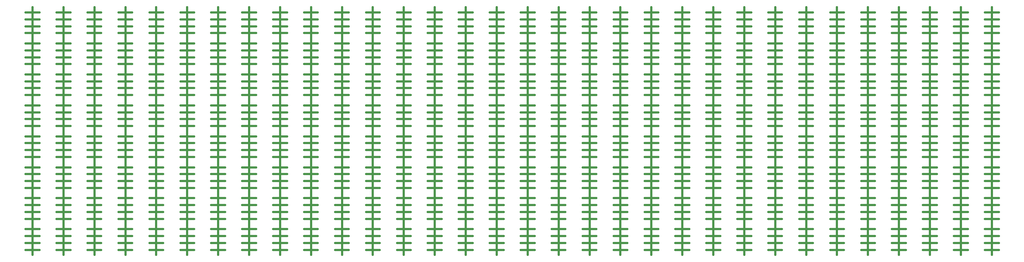
<source format=gts>
G04 #@! TF.GenerationSoftware,KiCad,Pcbnew,6.0.8+dfsg-1~bpo11+1*
G04 #@! TF.CreationDate,2023-06-19T09:59:53-04:00*
G04 #@! TF.ProjectId,08_padded_interleaved_loose,30385f70-6164-4646-9564-5f696e746572,rev?*
G04 #@! TF.SameCoordinates,Original*
G04 #@! TF.FileFunction,Soldermask,Top*
G04 #@! TF.FilePolarity,Negative*
%FSLAX46Y46*%
G04 Gerber Fmt 4.6, Leading zero omitted, Abs format (unit mm)*
G04 Created by KiCad (PCBNEW 6.0.8+dfsg-1~bpo11+1) date 2023-06-19 09:59:53*
%MOMM*%
%LPD*%
G01*
G04 APERTURE LIST*
%ADD10C,0.400000*%
G04 APERTURE END LIST*
D10*
X220801667Y-73055000D02*
X223468333Y-73055000D01*
X106801667Y-73055000D02*
X109468333Y-73055000D01*
X250801667Y-59721667D02*
X253468333Y-59721667D01*
X106801667Y-59721667D02*
X109468333Y-59721667D01*
X142801667Y-82388333D02*
X145468333Y-82388333D01*
X100801667Y-94388333D02*
X103468333Y-94388333D01*
X166801667Y-58388333D02*
X169468333Y-58388333D01*
X112801667Y-69055000D02*
X115468333Y-69055000D01*
X178801667Y-59721667D02*
X181468333Y-59721667D01*
X166801667Y-87055000D02*
X169468333Y-87055000D01*
X238801667Y-87055000D02*
X241468333Y-87055000D01*
X160801667Y-97055000D02*
X163468333Y-97055000D01*
X232801667Y-79055000D02*
X235468333Y-79055000D01*
X100801667Y-99055000D02*
X103468333Y-99055000D01*
X70801667Y-82388333D02*
X73468333Y-82388333D01*
X96135000Y-56055000D02*
X96135000Y-104055000D01*
X208801667Y-59721667D02*
X211468333Y-59721667D01*
X130801667Y-81055000D02*
X133468333Y-81055000D01*
X196801667Y-99055000D02*
X199468333Y-99055000D01*
X178801667Y-77721667D02*
X181468333Y-77721667D01*
X106801667Y-94388333D02*
X109468333Y-94388333D01*
X94801667Y-99055000D02*
X97468333Y-99055000D01*
X250801667Y-73055000D02*
X253468333Y-73055000D01*
X82801667Y-88388333D02*
X85468333Y-88388333D01*
X238801667Y-69055000D02*
X241468333Y-69055000D01*
X220801667Y-103055000D02*
X223468333Y-103055000D01*
X76801667Y-61055000D02*
X79468333Y-61055000D01*
X238801667Y-100388333D02*
X241468333Y-100388333D01*
X190801667Y-61055000D02*
X193468333Y-61055000D01*
X202801667Y-63055000D02*
X205468333Y-63055000D01*
X118801667Y-65721667D02*
X121468333Y-65721667D01*
X160801667Y-65721667D02*
X163468333Y-65721667D01*
X238801667Y-77721667D02*
X241468333Y-77721667D01*
X160801667Y-100388333D02*
X163468333Y-100388333D01*
X250801667Y-82388333D02*
X253468333Y-82388333D01*
X220801667Y-76388333D02*
X223468333Y-76388333D01*
X94801667Y-89721667D02*
X97468333Y-89721667D01*
X136801667Y-94388333D02*
X139468333Y-94388333D01*
X88801667Y-103055000D02*
X91468333Y-103055000D01*
X130801667Y-99055000D02*
X133468333Y-99055000D01*
X132135000Y-56055000D02*
X132135000Y-104055000D01*
X76801667Y-103055000D02*
X79468333Y-103055000D01*
X190801667Y-99055000D02*
X193468333Y-99055000D01*
X190801667Y-88388333D02*
X193468333Y-88388333D01*
X70801667Y-61055000D02*
X73468333Y-61055000D01*
X64801667Y-65721667D02*
X67468333Y-65721667D01*
X250801667Y-75055000D02*
X253468333Y-75055000D01*
X94801667Y-61055000D02*
X97468333Y-61055000D01*
X184801667Y-94388333D02*
X187468333Y-94388333D01*
X250801667Y-91055000D02*
X253468333Y-91055000D01*
X160801667Y-76388333D02*
X163468333Y-76388333D01*
X112801667Y-57055000D02*
X115468333Y-57055000D01*
X148801667Y-101721667D02*
X151468333Y-101721667D01*
X172801667Y-73055000D02*
X175468333Y-73055000D01*
X190801667Y-100388333D02*
X193468333Y-100388333D01*
X250801667Y-87055000D02*
X253468333Y-87055000D01*
X142801667Y-65721667D02*
X145468333Y-65721667D01*
X172801667Y-85055000D02*
X175468333Y-85055000D01*
X162135000Y-56055000D02*
X162135000Y-104055000D01*
X190801667Y-85055000D02*
X193468333Y-85055000D01*
X208801667Y-76388333D02*
X211468333Y-76388333D01*
X238801667Y-67055000D02*
X241468333Y-67055000D01*
X130801667Y-101721667D02*
X133468333Y-101721667D01*
X76801667Y-85055000D02*
X79468333Y-85055000D01*
X166801667Y-99055000D02*
X169468333Y-99055000D01*
X190801667Y-103055000D02*
X193468333Y-103055000D01*
X184801667Y-99055000D02*
X187468333Y-99055000D01*
X72135000Y-56055000D02*
X72135000Y-104055000D01*
X250801667Y-67055000D02*
X253468333Y-67055000D01*
X70801667Y-103055000D02*
X73468333Y-103055000D01*
X178801667Y-79055000D02*
X181468333Y-79055000D01*
X100801667Y-67055000D02*
X103468333Y-67055000D01*
X82801667Y-89721667D02*
X85468333Y-89721667D01*
X124801667Y-61055000D02*
X127468333Y-61055000D01*
X244801667Y-64388333D02*
X247468333Y-64388333D01*
X70801667Y-101721667D02*
X73468333Y-101721667D01*
X124801667Y-73055000D02*
X127468333Y-73055000D01*
X184801667Y-64388333D02*
X187468333Y-64388333D01*
X208801667Y-85055000D02*
X211468333Y-85055000D01*
X64801667Y-61055000D02*
X67468333Y-61055000D01*
X244801667Y-76388333D02*
X247468333Y-76388333D01*
X112801667Y-58388333D02*
X115468333Y-58388333D01*
X184801667Y-70388333D02*
X187468333Y-70388333D01*
X82801667Y-87055000D02*
X85468333Y-87055000D01*
X154801667Y-100388333D02*
X157468333Y-100388333D01*
X196801667Y-79055000D02*
X199468333Y-79055000D01*
X136801667Y-82388333D02*
X139468333Y-82388333D01*
X232801667Y-97055000D02*
X235468333Y-97055000D01*
X76801667Y-94388333D02*
X79468333Y-94388333D01*
X94801667Y-67055000D02*
X97468333Y-67055000D01*
X124801667Y-95721667D02*
X127468333Y-95721667D01*
X118801667Y-59721667D02*
X121468333Y-59721667D01*
X154801667Y-83721667D02*
X157468333Y-83721667D01*
X160801667Y-85055000D02*
X163468333Y-85055000D01*
X196801667Y-91055000D02*
X199468333Y-91055000D01*
X136801667Y-69055000D02*
X139468333Y-69055000D01*
X100801667Y-59721667D02*
X103468333Y-59721667D01*
X238801667Y-65721667D02*
X241468333Y-65721667D01*
X70801667Y-77721667D02*
X73468333Y-77721667D01*
X64801667Y-67055000D02*
X67468333Y-67055000D01*
X178801667Y-85055000D02*
X181468333Y-85055000D01*
X214801667Y-87055000D02*
X217468333Y-87055000D01*
X208801667Y-89721667D02*
X211468333Y-89721667D01*
X124801667Y-87055000D02*
X127468333Y-87055000D01*
X166801667Y-83721667D02*
X169468333Y-83721667D01*
X76801667Y-65721667D02*
X79468333Y-65721667D01*
X70801667Y-79055000D02*
X73468333Y-79055000D01*
X190801667Y-82388333D02*
X193468333Y-82388333D01*
X178801667Y-100388333D02*
X181468333Y-100388333D01*
X208801667Y-69055000D02*
X211468333Y-69055000D01*
X214801667Y-61055000D02*
X217468333Y-61055000D01*
X142801667Y-79055000D02*
X145468333Y-79055000D01*
X118801667Y-87055000D02*
X121468333Y-87055000D01*
X238801667Y-93055000D02*
X241468333Y-93055000D01*
X154801667Y-99055000D02*
X157468333Y-99055000D01*
X148801667Y-99055000D02*
X151468333Y-99055000D01*
X88801667Y-94388333D02*
X91468333Y-94388333D01*
X124801667Y-59721667D02*
X127468333Y-59721667D01*
X214801667Y-73055000D02*
X217468333Y-73055000D01*
X78135000Y-56055000D02*
X78135000Y-104055000D01*
X244801667Y-91055000D02*
X247468333Y-91055000D01*
X82801667Y-100388333D02*
X85468333Y-100388333D01*
X178801667Y-63055000D02*
X181468333Y-63055000D01*
X184801667Y-95721667D02*
X187468333Y-95721667D01*
X184801667Y-100388333D02*
X187468333Y-100388333D01*
X142801667Y-97055000D02*
X145468333Y-97055000D01*
X106801667Y-89721667D02*
X109468333Y-89721667D01*
X136801667Y-100388333D02*
X139468333Y-100388333D01*
X238801667Y-57055000D02*
X241468333Y-57055000D01*
X130801667Y-75055000D02*
X133468333Y-75055000D01*
X100801667Y-85055000D02*
X103468333Y-85055000D01*
X100801667Y-73055000D02*
X103468333Y-73055000D01*
X214801667Y-77721667D02*
X217468333Y-77721667D01*
X154801667Y-103055000D02*
X157468333Y-103055000D01*
X148801667Y-87055000D02*
X151468333Y-87055000D01*
X154801667Y-71721667D02*
X157468333Y-71721667D01*
X64801667Y-87055000D02*
X67468333Y-87055000D01*
X148801667Y-58388333D02*
X151468333Y-58388333D01*
X76801667Y-70388333D02*
X79468333Y-70388333D01*
X220801667Y-57055000D02*
X223468333Y-57055000D01*
X220801667Y-67055000D02*
X223468333Y-67055000D01*
X136801667Y-91055000D02*
X139468333Y-91055000D01*
X202801667Y-65721667D02*
X205468333Y-65721667D01*
X238801667Y-61055000D02*
X241468333Y-61055000D01*
X196801667Y-81055000D02*
X199468333Y-81055000D01*
X64801667Y-85055000D02*
X67468333Y-85055000D01*
X232801667Y-69055000D02*
X235468333Y-69055000D01*
X196801667Y-95721667D02*
X199468333Y-95721667D01*
X232801667Y-87055000D02*
X235468333Y-87055000D01*
X154801667Y-61055000D02*
X157468333Y-61055000D01*
X130801667Y-79055000D02*
X133468333Y-79055000D01*
X174135000Y-56055000D02*
X174135000Y-104055000D01*
X124801667Y-101721667D02*
X127468333Y-101721667D01*
X196801667Y-94388333D02*
X199468333Y-94388333D01*
X142801667Y-73055000D02*
X145468333Y-73055000D01*
X64801667Y-94388333D02*
X67468333Y-94388333D01*
X148801667Y-97055000D02*
X151468333Y-97055000D01*
X184801667Y-79055000D02*
X187468333Y-79055000D01*
X94801667Y-59721667D02*
X97468333Y-59721667D01*
X244801667Y-101721667D02*
X247468333Y-101721667D01*
X232801667Y-82388333D02*
X235468333Y-82388333D01*
X154801667Y-67055000D02*
X157468333Y-67055000D01*
X136801667Y-93055000D02*
X139468333Y-93055000D01*
X136801667Y-88388333D02*
X139468333Y-88388333D01*
X88801667Y-85055000D02*
X91468333Y-85055000D01*
X244801667Y-70388333D02*
X247468333Y-70388333D01*
X250801667Y-58388333D02*
X253468333Y-58388333D01*
X250801667Y-70388333D02*
X253468333Y-70388333D01*
X70801667Y-87055000D02*
X73468333Y-87055000D01*
X82801667Y-95721667D02*
X85468333Y-95721667D01*
X214801667Y-81055000D02*
X217468333Y-81055000D01*
X112801667Y-85055000D02*
X115468333Y-85055000D01*
X82801667Y-99055000D02*
X85468333Y-99055000D01*
X100801667Y-89721667D02*
X103468333Y-89721667D01*
X118801667Y-70388333D02*
X121468333Y-70388333D01*
X244801667Y-71721667D02*
X247468333Y-71721667D01*
X136801667Y-73055000D02*
X139468333Y-73055000D01*
X184801667Y-97055000D02*
X187468333Y-97055000D01*
X100801667Y-58388333D02*
X103468333Y-58388333D01*
X142801667Y-103055000D02*
X145468333Y-103055000D01*
X82801667Y-67055000D02*
X85468333Y-67055000D01*
X160801667Y-91055000D02*
X163468333Y-91055000D01*
X184801667Y-75055000D02*
X187468333Y-75055000D01*
X64801667Y-103055000D02*
X67468333Y-103055000D01*
X94801667Y-63055000D02*
X97468333Y-63055000D01*
X238801667Y-75055000D02*
X241468333Y-75055000D01*
X94801667Y-97055000D02*
X97468333Y-97055000D01*
X196801667Y-100388333D02*
X199468333Y-100388333D01*
X238801667Y-70388333D02*
X241468333Y-70388333D01*
X148801667Y-85055000D02*
X151468333Y-85055000D01*
X130801667Y-89721667D02*
X133468333Y-89721667D01*
X192135000Y-56055000D02*
X192135000Y-104055000D01*
X142801667Y-89721667D02*
X145468333Y-89721667D01*
X234135000Y-56055000D02*
X234135000Y-104055000D01*
X166801667Y-101721667D02*
X169468333Y-101721667D01*
X172801667Y-58388333D02*
X175468333Y-58388333D01*
X184801667Y-101721667D02*
X187468333Y-101721667D01*
X154801667Y-59721667D02*
X157468333Y-59721667D01*
X88801667Y-59721667D02*
X91468333Y-59721667D01*
X226801667Y-63055000D02*
X229468333Y-63055000D01*
X124801667Y-100388333D02*
X127468333Y-100388333D01*
X142801667Y-95721667D02*
X145468333Y-95721667D01*
X142801667Y-88388333D02*
X145468333Y-88388333D01*
X232801667Y-95721667D02*
X235468333Y-95721667D01*
X154801667Y-87055000D02*
X157468333Y-87055000D01*
X106801667Y-67055000D02*
X109468333Y-67055000D01*
X124801667Y-79055000D02*
X127468333Y-79055000D01*
X232801667Y-81055000D02*
X235468333Y-81055000D01*
X76801667Y-82388333D02*
X79468333Y-82388333D01*
X136801667Y-63055000D02*
X139468333Y-63055000D01*
X160801667Y-94388333D02*
X163468333Y-94388333D01*
X144135000Y-56055000D02*
X144135000Y-104055000D01*
X94801667Y-76388333D02*
X97468333Y-76388333D01*
X202801667Y-101721667D02*
X205468333Y-101721667D01*
X130801667Y-67055000D02*
X133468333Y-67055000D01*
X214801667Y-76388333D02*
X217468333Y-76388333D01*
X100801667Y-100388333D02*
X103468333Y-100388333D01*
X70801667Y-100388333D02*
X73468333Y-100388333D01*
X190801667Y-87055000D02*
X193468333Y-87055000D01*
X94801667Y-94388333D02*
X97468333Y-94388333D01*
X88801667Y-63055000D02*
X91468333Y-63055000D01*
X250801667Y-97055000D02*
X253468333Y-97055000D01*
X184801667Y-65721667D02*
X187468333Y-65721667D01*
X202801667Y-77721667D02*
X205468333Y-77721667D01*
X250801667Y-57055000D02*
X253468333Y-57055000D01*
X130801667Y-70388333D02*
X133468333Y-70388333D01*
X204135000Y-56055000D02*
X204135000Y-104055000D01*
X76801667Y-67055000D02*
X79468333Y-67055000D01*
X184801667Y-76388333D02*
X187468333Y-76388333D01*
X160801667Y-64388333D02*
X163468333Y-64388333D01*
X106801667Y-77721667D02*
X109468333Y-77721667D01*
X106801667Y-99055000D02*
X109468333Y-99055000D01*
X148801667Y-61055000D02*
X151468333Y-61055000D01*
X130801667Y-94388333D02*
X133468333Y-94388333D01*
X178801667Y-91055000D02*
X181468333Y-91055000D01*
X82801667Y-57055000D02*
X85468333Y-57055000D01*
X184801667Y-63055000D02*
X187468333Y-63055000D01*
X208801667Y-75055000D02*
X211468333Y-75055000D01*
X244801667Y-77721667D02*
X247468333Y-77721667D01*
X222135000Y-56055000D02*
X222135000Y-104055000D01*
X166801667Y-76388333D02*
X169468333Y-76388333D01*
X88801667Y-73055000D02*
X91468333Y-73055000D01*
X106801667Y-93055000D02*
X109468333Y-93055000D01*
X142801667Y-100388333D02*
X145468333Y-100388333D01*
X238801667Y-71721667D02*
X241468333Y-71721667D01*
X160801667Y-58388333D02*
X163468333Y-58388333D01*
X166801667Y-88388333D02*
X169468333Y-88388333D01*
X214801667Y-57055000D02*
X217468333Y-57055000D01*
X124801667Y-65721667D02*
X127468333Y-65721667D01*
X226801667Y-64388333D02*
X229468333Y-64388333D01*
X202801667Y-61055000D02*
X205468333Y-61055000D01*
X94801667Y-70388333D02*
X97468333Y-70388333D01*
X208801667Y-64388333D02*
X211468333Y-64388333D01*
X130801667Y-64388333D02*
X133468333Y-64388333D01*
X172801667Y-95721667D02*
X175468333Y-95721667D01*
X220801667Y-70388333D02*
X223468333Y-70388333D01*
X244801667Y-57055000D02*
X247468333Y-57055000D01*
X76801667Y-93055000D02*
X79468333Y-93055000D01*
X208801667Y-91055000D02*
X211468333Y-91055000D01*
X124801667Y-71721667D02*
X127468333Y-71721667D01*
X64801667Y-76388333D02*
X67468333Y-76388333D01*
X120135000Y-56055000D02*
X120135000Y-104055000D01*
X166801667Y-100388333D02*
X169468333Y-100388333D01*
X166801667Y-93055000D02*
X169468333Y-93055000D01*
X214801667Y-67055000D02*
X217468333Y-67055000D01*
X142801667Y-91055000D02*
X145468333Y-91055000D01*
X166801667Y-103055000D02*
X169468333Y-103055000D01*
X244801667Y-65721667D02*
X247468333Y-65721667D01*
X112801667Y-95721667D02*
X115468333Y-95721667D01*
X64801667Y-83721667D02*
X67468333Y-83721667D01*
X126135000Y-56055000D02*
X126135000Y-104055000D01*
X190801667Y-67055000D02*
X193468333Y-67055000D01*
X76801667Y-63055000D02*
X79468333Y-63055000D01*
X202801667Y-59721667D02*
X205468333Y-59721667D01*
X64801667Y-91055000D02*
X67468333Y-91055000D01*
X100801667Y-61055000D02*
X103468333Y-61055000D01*
X100801667Y-75055000D02*
X103468333Y-75055000D01*
X226801667Y-83721667D02*
X229468333Y-83721667D01*
X250801667Y-83721667D02*
X253468333Y-83721667D01*
X228135000Y-56055000D02*
X228135000Y-104055000D01*
X160801667Y-59721667D02*
X163468333Y-59721667D01*
X220801667Y-95721667D02*
X223468333Y-95721667D01*
X100801667Y-95721667D02*
X103468333Y-95721667D01*
X142801667Y-76388333D02*
X145468333Y-76388333D01*
X160801667Y-93055000D02*
X163468333Y-93055000D01*
X64801667Y-59721667D02*
X67468333Y-59721667D01*
X208801667Y-97055000D02*
X211468333Y-97055000D01*
X190801667Y-91055000D02*
X193468333Y-91055000D01*
X106801667Y-82388333D02*
X109468333Y-82388333D01*
X154801667Y-64388333D02*
X157468333Y-64388333D01*
X238801667Y-97055000D02*
X241468333Y-97055000D01*
X180135000Y-56055000D02*
X180135000Y-104055000D01*
X142801667Y-83721667D02*
X145468333Y-83721667D01*
X118801667Y-81055000D02*
X121468333Y-81055000D01*
X70801667Y-89721667D02*
X73468333Y-89721667D01*
X226801667Y-93055000D02*
X229468333Y-93055000D01*
X142801667Y-75055000D02*
X145468333Y-75055000D01*
X214801667Y-65721667D02*
X217468333Y-65721667D01*
X184801667Y-81055000D02*
X187468333Y-81055000D01*
X220801667Y-87055000D02*
X223468333Y-87055000D01*
X172801667Y-103055000D02*
X175468333Y-103055000D01*
X66135000Y-56055000D02*
X66135000Y-104055000D01*
X88801667Y-64388333D02*
X91468333Y-64388333D01*
X250801667Y-79055000D02*
X253468333Y-79055000D01*
X238801667Y-76388333D02*
X241468333Y-76388333D01*
X226801667Y-61055000D02*
X229468333Y-61055000D01*
X190801667Y-76388333D02*
X193468333Y-76388333D01*
X172801667Y-75055000D02*
X175468333Y-75055000D01*
X202801667Y-70388333D02*
X205468333Y-70388333D01*
X252135000Y-56055000D02*
X252135000Y-104055000D01*
X148801667Y-100388333D02*
X151468333Y-100388333D01*
X220801667Y-93055000D02*
X223468333Y-93055000D01*
X118801667Y-71721667D02*
X121468333Y-71721667D01*
X220801667Y-99055000D02*
X223468333Y-99055000D01*
X226801667Y-89721667D02*
X229468333Y-89721667D01*
X226801667Y-76388333D02*
X229468333Y-76388333D01*
X160801667Y-63055000D02*
X163468333Y-63055000D01*
X70801667Y-81055000D02*
X73468333Y-81055000D01*
X178801667Y-99055000D02*
X181468333Y-99055000D01*
X100801667Y-70388333D02*
X103468333Y-70388333D01*
X136801667Y-76388333D02*
X139468333Y-76388333D01*
X64801667Y-81055000D02*
X67468333Y-81055000D01*
X88801667Y-88388333D02*
X91468333Y-88388333D01*
X112801667Y-70388333D02*
X115468333Y-70388333D01*
X184801667Y-85055000D02*
X187468333Y-85055000D01*
X112801667Y-63055000D02*
X115468333Y-63055000D01*
X112801667Y-64388333D02*
X115468333Y-64388333D01*
X124801667Y-76388333D02*
X127468333Y-76388333D01*
X232801667Y-71721667D02*
X235468333Y-71721667D01*
X142801667Y-94388333D02*
X145468333Y-94388333D01*
X124801667Y-57055000D02*
X127468333Y-57055000D01*
X190801667Y-83721667D02*
X193468333Y-83721667D01*
X184801667Y-67055000D02*
X187468333Y-67055000D01*
X112801667Y-89721667D02*
X115468333Y-89721667D01*
X214801667Y-59721667D02*
X217468333Y-59721667D01*
X184801667Y-103055000D02*
X187468333Y-103055000D01*
X196801667Y-89721667D02*
X199468333Y-89721667D01*
X160801667Y-75055000D02*
X163468333Y-75055000D01*
X70801667Y-58388333D02*
X73468333Y-58388333D01*
X190801667Y-93055000D02*
X193468333Y-93055000D01*
X172801667Y-76388333D02*
X175468333Y-76388333D01*
X220801667Y-94388333D02*
X223468333Y-94388333D01*
X88801667Y-77721667D02*
X91468333Y-77721667D01*
X220801667Y-75055000D02*
X223468333Y-75055000D01*
X82801667Y-93055000D02*
X85468333Y-93055000D01*
X64801667Y-89721667D02*
X67468333Y-89721667D01*
X184801667Y-93055000D02*
X187468333Y-93055000D01*
X166801667Y-82388333D02*
X169468333Y-82388333D01*
X160801667Y-61055000D02*
X163468333Y-61055000D01*
X226801667Y-59721667D02*
X229468333Y-59721667D01*
X106801667Y-88388333D02*
X109468333Y-88388333D01*
X220801667Y-64388333D02*
X223468333Y-64388333D01*
X220801667Y-63055000D02*
X223468333Y-63055000D01*
X178801667Y-97055000D02*
X181468333Y-97055000D01*
X172801667Y-93055000D02*
X175468333Y-93055000D01*
X106801667Y-101721667D02*
X109468333Y-101721667D01*
X202801667Y-71721667D02*
X205468333Y-71721667D01*
X130801667Y-95721667D02*
X133468333Y-95721667D01*
X244801667Y-58388333D02*
X247468333Y-58388333D01*
X202801667Y-91055000D02*
X205468333Y-91055000D01*
X118801667Y-88388333D02*
X121468333Y-88388333D01*
X76801667Y-58388333D02*
X79468333Y-58388333D01*
X142801667Y-67055000D02*
X145468333Y-67055000D01*
X184801667Y-59721667D02*
X187468333Y-59721667D01*
X238801667Y-95721667D02*
X241468333Y-95721667D01*
X172801667Y-71721667D02*
X175468333Y-71721667D01*
X148801667Y-93055000D02*
X151468333Y-93055000D01*
X112801667Y-59721667D02*
X115468333Y-59721667D01*
X172801667Y-64388333D02*
X175468333Y-64388333D01*
X136801667Y-61055000D02*
X139468333Y-61055000D01*
X160801667Y-87055000D02*
X163468333Y-87055000D01*
X154801667Y-65721667D02*
X157468333Y-65721667D01*
X130801667Y-57055000D02*
X133468333Y-57055000D01*
X64801667Y-58388333D02*
X67468333Y-58388333D01*
X142801667Y-71721667D02*
X145468333Y-71721667D01*
X238801667Y-81055000D02*
X241468333Y-81055000D01*
X106801667Y-70388333D02*
X109468333Y-70388333D01*
X136801667Y-58388333D02*
X139468333Y-58388333D01*
X118801667Y-77721667D02*
X121468333Y-77721667D01*
X238801667Y-99055000D02*
X241468333Y-99055000D01*
X160801667Y-69055000D02*
X163468333Y-69055000D01*
X136801667Y-70388333D02*
X139468333Y-70388333D01*
X154801667Y-70388333D02*
X157468333Y-70388333D01*
X130801667Y-77721667D02*
X133468333Y-77721667D01*
X240135000Y-56055000D02*
X240135000Y-104055000D01*
X124801667Y-75055000D02*
X127468333Y-75055000D01*
X238801667Y-58388333D02*
X241468333Y-58388333D01*
X196801667Y-58388333D02*
X199468333Y-58388333D01*
X136801667Y-57055000D02*
X139468333Y-57055000D01*
X184801667Y-58388333D02*
X187468333Y-58388333D01*
X94801667Y-87055000D02*
X97468333Y-87055000D01*
X196801667Y-75055000D02*
X199468333Y-75055000D01*
X94801667Y-73055000D02*
X97468333Y-73055000D01*
X190801667Y-97055000D02*
X193468333Y-97055000D01*
X154801667Y-58388333D02*
X157468333Y-58388333D01*
X232801667Y-73055000D02*
X235468333Y-73055000D01*
X202801667Y-97055000D02*
X205468333Y-97055000D01*
X178801667Y-95721667D02*
X181468333Y-95721667D01*
X250801667Y-85055000D02*
X253468333Y-85055000D01*
X130801667Y-93055000D02*
X133468333Y-93055000D01*
X250801667Y-94388333D02*
X253468333Y-94388333D01*
X244801667Y-85055000D02*
X247468333Y-85055000D01*
X100801667Y-65721667D02*
X103468333Y-65721667D01*
X124801667Y-82388333D02*
X127468333Y-82388333D01*
X100801667Y-88388333D02*
X103468333Y-88388333D01*
X136801667Y-77721667D02*
X139468333Y-77721667D01*
X184801667Y-89721667D02*
X187468333Y-89721667D01*
X226801667Y-82388333D02*
X229468333Y-82388333D01*
X172801667Y-83721667D02*
X175468333Y-83721667D01*
X208801667Y-67055000D02*
X211468333Y-67055000D01*
X250801667Y-100388333D02*
X253468333Y-100388333D01*
X196801667Y-93055000D02*
X199468333Y-93055000D01*
X136801667Y-85055000D02*
X139468333Y-85055000D01*
X190801667Y-58388333D02*
X193468333Y-58388333D01*
X100801667Y-57055000D02*
X103468333Y-57055000D01*
X118801667Y-73055000D02*
X121468333Y-73055000D01*
X148801667Y-88388333D02*
X151468333Y-88388333D01*
X232801667Y-76388333D02*
X235468333Y-76388333D01*
X226801667Y-67055000D02*
X229468333Y-67055000D01*
X112801667Y-97055000D02*
X115468333Y-97055000D01*
X112801667Y-73055000D02*
X115468333Y-73055000D01*
X160801667Y-101721667D02*
X163468333Y-101721667D01*
X148801667Y-57055000D02*
X151468333Y-57055000D01*
X202801667Y-69055000D02*
X205468333Y-69055000D01*
X208801667Y-103055000D02*
X211468333Y-103055000D01*
X124801667Y-93055000D02*
X127468333Y-93055000D01*
X82801667Y-79055000D02*
X85468333Y-79055000D01*
X202801667Y-88388333D02*
X205468333Y-88388333D01*
X88801667Y-99055000D02*
X91468333Y-99055000D01*
X154801667Y-79055000D02*
X157468333Y-79055000D01*
X112801667Y-93055000D02*
X115468333Y-93055000D01*
X202801667Y-87055000D02*
X205468333Y-87055000D01*
X130801667Y-71721667D02*
X133468333Y-71721667D01*
X232801667Y-85055000D02*
X235468333Y-85055000D01*
X208801667Y-57055000D02*
X211468333Y-57055000D01*
X172801667Y-70388333D02*
X175468333Y-70388333D01*
X70801667Y-73055000D02*
X73468333Y-73055000D01*
X196801667Y-59721667D02*
X199468333Y-59721667D01*
X76801667Y-100388333D02*
X79468333Y-100388333D01*
X118801667Y-76388333D02*
X121468333Y-76388333D01*
X148801667Y-64388333D02*
X151468333Y-64388333D01*
X196801667Y-70388333D02*
X199468333Y-70388333D01*
X70801667Y-69055000D02*
X73468333Y-69055000D01*
X76801667Y-81055000D02*
X79468333Y-81055000D01*
X82801667Y-59721667D02*
X85468333Y-59721667D01*
X208801667Y-83721667D02*
X211468333Y-83721667D01*
X136801667Y-64388333D02*
X139468333Y-64388333D01*
X76801667Y-87055000D02*
X79468333Y-87055000D01*
X166801667Y-67055000D02*
X169468333Y-67055000D01*
X220801667Y-58388333D02*
X223468333Y-58388333D01*
X124801667Y-64388333D02*
X127468333Y-64388333D01*
X210135000Y-56055000D02*
X210135000Y-104055000D01*
X82801667Y-82388333D02*
X85468333Y-82388333D01*
X136801667Y-75055000D02*
X139468333Y-75055000D01*
X172801667Y-91055000D02*
X175468333Y-91055000D01*
X88801667Y-69055000D02*
X91468333Y-69055000D01*
X226801667Y-103055000D02*
X229468333Y-103055000D01*
X232801667Y-91055000D02*
X235468333Y-91055000D01*
X168135000Y-56055000D02*
X168135000Y-104055000D01*
X148801667Y-83721667D02*
X151468333Y-83721667D01*
X232801667Y-67055000D02*
X235468333Y-67055000D01*
X172801667Y-89721667D02*
X175468333Y-89721667D01*
X112801667Y-103055000D02*
X115468333Y-103055000D01*
X190801667Y-81055000D02*
X193468333Y-81055000D01*
X94801667Y-75055000D02*
X97468333Y-75055000D01*
X106801667Y-91055000D02*
X109468333Y-91055000D01*
X124801667Y-89721667D02*
X127468333Y-89721667D01*
X100801667Y-101721667D02*
X103468333Y-101721667D01*
X250801667Y-71721667D02*
X253468333Y-71721667D01*
X166801667Y-65721667D02*
X169468333Y-65721667D01*
X226801667Y-58388333D02*
X229468333Y-58388333D01*
X64801667Y-63055000D02*
X67468333Y-63055000D01*
X70801667Y-91055000D02*
X73468333Y-91055000D01*
X244801667Y-82388333D02*
X247468333Y-82388333D01*
X148801667Y-77721667D02*
X151468333Y-77721667D01*
X226801667Y-95721667D02*
X229468333Y-95721667D01*
X154801667Y-88388333D02*
X157468333Y-88388333D01*
X148801667Y-95721667D02*
X151468333Y-95721667D01*
X106801667Y-65721667D02*
X109468333Y-65721667D01*
X136801667Y-99055000D02*
X139468333Y-99055000D01*
X76801667Y-79055000D02*
X79468333Y-79055000D01*
X226801667Y-69055000D02*
X229468333Y-69055000D01*
X208801667Y-63055000D02*
X211468333Y-63055000D01*
X220801667Y-69055000D02*
X223468333Y-69055000D01*
X142801667Y-64388333D02*
X145468333Y-64388333D01*
X88801667Y-75055000D02*
X91468333Y-75055000D01*
X154801667Y-89721667D02*
X157468333Y-89721667D01*
X154801667Y-81055000D02*
X157468333Y-81055000D01*
X226801667Y-77721667D02*
X229468333Y-77721667D01*
X106801667Y-79055000D02*
X109468333Y-79055000D01*
X136801667Y-83721667D02*
X139468333Y-83721667D01*
X124801667Y-99055000D02*
X127468333Y-99055000D01*
X160801667Y-77721667D02*
X163468333Y-77721667D01*
X214801667Y-94388333D02*
X217468333Y-94388333D01*
X76801667Y-99055000D02*
X79468333Y-99055000D01*
X118801667Y-64388333D02*
X121468333Y-64388333D01*
X226801667Y-81055000D02*
X229468333Y-81055000D01*
X220801667Y-81055000D02*
X223468333Y-81055000D01*
X112801667Y-82388333D02*
X115468333Y-82388333D01*
X118801667Y-69055000D02*
X121468333Y-69055000D01*
X214801667Y-79055000D02*
X217468333Y-79055000D01*
X196801667Y-77721667D02*
X199468333Y-77721667D01*
X160801667Y-95721667D02*
X163468333Y-95721667D01*
X196801667Y-101721667D02*
X199468333Y-101721667D01*
X220801667Y-83721667D02*
X223468333Y-83721667D01*
X112801667Y-67055000D02*
X115468333Y-67055000D01*
X94801667Y-57055000D02*
X97468333Y-57055000D01*
X184801667Y-88388333D02*
X187468333Y-88388333D01*
X112801667Y-77721667D02*
X115468333Y-77721667D01*
X106801667Y-58388333D02*
X109468333Y-58388333D01*
X172801667Y-65721667D02*
X175468333Y-65721667D01*
X232801667Y-70388333D02*
X235468333Y-70388333D01*
X124801667Y-81055000D02*
X127468333Y-81055000D01*
X190801667Y-94388333D02*
X193468333Y-94388333D01*
X178801667Y-93055000D02*
X181468333Y-93055000D01*
X178801667Y-89721667D02*
X181468333Y-89721667D01*
X94801667Y-77721667D02*
X97468333Y-77721667D01*
X250801667Y-63055000D02*
X253468333Y-63055000D01*
X208801667Y-101721667D02*
X211468333Y-101721667D01*
X244801667Y-103055000D02*
X247468333Y-103055000D01*
X244801667Y-63055000D02*
X247468333Y-63055000D01*
X130801667Y-63055000D02*
X133468333Y-63055000D01*
X154801667Y-91055000D02*
X157468333Y-91055000D01*
X148801667Y-76388333D02*
X151468333Y-76388333D01*
X82801667Y-73055000D02*
X85468333Y-73055000D01*
X244801667Y-73055000D02*
X247468333Y-73055000D01*
X124801667Y-58388333D02*
X127468333Y-58388333D01*
X214801667Y-89721667D02*
X217468333Y-89721667D01*
X130801667Y-82388333D02*
X133468333Y-82388333D01*
X196801667Y-87055000D02*
X199468333Y-87055000D01*
X112801667Y-75055000D02*
X115468333Y-75055000D01*
X102135000Y-56055000D02*
X102135000Y-104055000D01*
X172801667Y-59721667D02*
X175468333Y-59721667D01*
X250801667Y-95721667D02*
X253468333Y-95721667D01*
X76801667Y-77721667D02*
X79468333Y-77721667D01*
X178801667Y-88388333D02*
X181468333Y-88388333D01*
X244801667Y-81055000D02*
X247468333Y-81055000D01*
X202801667Y-94388333D02*
X205468333Y-94388333D01*
X64801667Y-75055000D02*
X67468333Y-75055000D01*
X118801667Y-57055000D02*
X121468333Y-57055000D01*
X202801667Y-75055000D02*
X205468333Y-75055000D01*
X142801667Y-101721667D02*
X145468333Y-101721667D01*
X178801667Y-69055000D02*
X181468333Y-69055000D01*
X148801667Y-79055000D02*
X151468333Y-79055000D01*
X88801667Y-97055000D02*
X91468333Y-97055000D01*
X190801667Y-69055000D02*
X193468333Y-69055000D01*
X94801667Y-91055000D02*
X97468333Y-91055000D01*
X70801667Y-76388333D02*
X73468333Y-76388333D01*
X136801667Y-79055000D02*
X139468333Y-79055000D01*
X76801667Y-75055000D02*
X79468333Y-75055000D01*
X202801667Y-64388333D02*
X205468333Y-64388333D01*
X160801667Y-70388333D02*
X163468333Y-70388333D01*
X166801667Y-75055000D02*
X169468333Y-75055000D01*
X208801667Y-88388333D02*
X211468333Y-88388333D01*
X118801667Y-99055000D02*
X121468333Y-99055000D01*
X100801667Y-93055000D02*
X103468333Y-93055000D01*
X64801667Y-79055000D02*
X67468333Y-79055000D01*
X202801667Y-81055000D02*
X205468333Y-81055000D01*
X214801667Y-88388333D02*
X217468333Y-88388333D01*
X220801667Y-91055000D02*
X223468333Y-91055000D01*
X202801667Y-93055000D02*
X205468333Y-93055000D01*
X232801667Y-103055000D02*
X235468333Y-103055000D01*
X178801667Y-101721667D02*
X181468333Y-101721667D01*
X198135000Y-56055000D02*
X198135000Y-104055000D01*
X112801667Y-91055000D02*
X115468333Y-91055000D01*
X70801667Y-57055000D02*
X73468333Y-57055000D01*
X232801667Y-93055000D02*
X235468333Y-93055000D01*
X100801667Y-69055000D02*
X103468333Y-69055000D01*
X148801667Y-69055000D02*
X151468333Y-69055000D01*
X172801667Y-77721667D02*
X175468333Y-77721667D01*
X106801667Y-71721667D02*
X109468333Y-71721667D01*
X166801667Y-70388333D02*
X169468333Y-70388333D01*
X106801667Y-103055000D02*
X109468333Y-103055000D01*
X160801667Y-82388333D02*
X163468333Y-82388333D01*
X94801667Y-81055000D02*
X97468333Y-81055000D01*
X130801667Y-100388333D02*
X133468333Y-100388333D01*
X208801667Y-93055000D02*
X211468333Y-93055000D01*
X64801667Y-95721667D02*
X67468333Y-95721667D01*
X148801667Y-94388333D02*
X151468333Y-94388333D01*
X94801667Y-103055000D02*
X97468333Y-103055000D01*
X160801667Y-73055000D02*
X163468333Y-73055000D01*
X160801667Y-79055000D02*
X163468333Y-79055000D01*
X232801667Y-59721667D02*
X235468333Y-59721667D01*
X160801667Y-88388333D02*
X163468333Y-88388333D01*
X232801667Y-100388333D02*
X235468333Y-100388333D01*
X226801667Y-65721667D02*
X229468333Y-65721667D01*
X238801667Y-82388333D02*
X241468333Y-82388333D01*
X88801667Y-83721667D02*
X91468333Y-83721667D01*
X142801667Y-99055000D02*
X145468333Y-99055000D01*
X130801667Y-65721667D02*
X133468333Y-65721667D01*
X118801667Y-91055000D02*
X121468333Y-91055000D01*
X124801667Y-91055000D02*
X127468333Y-91055000D01*
X232801667Y-88388333D02*
X235468333Y-88388333D01*
X124801667Y-69055000D02*
X127468333Y-69055000D01*
X196801667Y-65721667D02*
X199468333Y-65721667D01*
X112801667Y-71721667D02*
X115468333Y-71721667D01*
X250801667Y-101721667D02*
X253468333Y-101721667D01*
X130801667Y-61055000D02*
X133468333Y-61055000D01*
X154801667Y-94388333D02*
X157468333Y-94388333D01*
X88801667Y-81055000D02*
X91468333Y-81055000D01*
X106801667Y-95721667D02*
X109468333Y-95721667D01*
X226801667Y-71721667D02*
X229468333Y-71721667D01*
X226801667Y-87055000D02*
X229468333Y-87055000D01*
X88801667Y-89721667D02*
X91468333Y-89721667D01*
X202801667Y-58388333D02*
X205468333Y-58388333D01*
X190801667Y-63055000D02*
X193468333Y-63055000D01*
X202801667Y-79055000D02*
X205468333Y-79055000D01*
X142801667Y-87055000D02*
X145468333Y-87055000D01*
X250801667Y-64388333D02*
X253468333Y-64388333D01*
X136801667Y-59721667D02*
X139468333Y-59721667D01*
X154801667Y-76388333D02*
X157468333Y-76388333D01*
X94801667Y-82388333D02*
X97468333Y-82388333D01*
X76801667Y-101721667D02*
X79468333Y-101721667D01*
X64801667Y-93055000D02*
X67468333Y-93055000D01*
X226801667Y-101721667D02*
X229468333Y-101721667D01*
X196801667Y-97055000D02*
X199468333Y-97055000D01*
X82801667Y-65721667D02*
X85468333Y-65721667D01*
X136801667Y-65721667D02*
X139468333Y-65721667D01*
X64801667Y-57055000D02*
X67468333Y-57055000D01*
X118801667Y-63055000D02*
X121468333Y-63055000D01*
X196801667Y-67055000D02*
X199468333Y-67055000D01*
X76801667Y-83721667D02*
X79468333Y-83721667D01*
X178801667Y-83721667D02*
X181468333Y-83721667D01*
X112801667Y-61055000D02*
X115468333Y-61055000D01*
X172801667Y-61055000D02*
X175468333Y-61055000D01*
X76801667Y-97055000D02*
X79468333Y-97055000D01*
X244801667Y-88388333D02*
X247468333Y-88388333D01*
X90135000Y-56055000D02*
X90135000Y-104055000D01*
X214801667Y-58388333D02*
X217468333Y-58388333D01*
X232801667Y-94388333D02*
X235468333Y-94388333D01*
X148801667Y-103055000D02*
X151468333Y-103055000D01*
X142801667Y-57055000D02*
X145468333Y-57055000D01*
X82801667Y-97055000D02*
X85468333Y-97055000D01*
X226801667Y-85055000D02*
X229468333Y-85055000D01*
X64801667Y-70388333D02*
X67468333Y-70388333D01*
X172801667Y-88388333D02*
X175468333Y-88388333D01*
X172801667Y-79055000D02*
X175468333Y-79055000D01*
X184801667Y-73055000D02*
X187468333Y-73055000D01*
X118801667Y-100388333D02*
X121468333Y-100388333D01*
X124801667Y-63055000D02*
X127468333Y-63055000D01*
X64801667Y-99055000D02*
X67468333Y-99055000D01*
X166801667Y-95721667D02*
X169468333Y-95721667D01*
X172801667Y-94388333D02*
X175468333Y-94388333D01*
X76801667Y-95721667D02*
X79468333Y-95721667D01*
X178801667Y-58388333D02*
X181468333Y-58388333D01*
X244801667Y-93055000D02*
X247468333Y-93055000D01*
X202801667Y-99055000D02*
X205468333Y-99055000D01*
X190801667Y-79055000D02*
X193468333Y-79055000D01*
X244801667Y-69055000D02*
X247468333Y-69055000D01*
X226801667Y-97055000D02*
X229468333Y-97055000D01*
X100801667Y-71721667D02*
X103468333Y-71721667D01*
X202801667Y-73055000D02*
X205468333Y-73055000D01*
X214801667Y-70388333D02*
X217468333Y-70388333D01*
X220801667Y-79055000D02*
X223468333Y-79055000D01*
X190801667Y-65721667D02*
X193468333Y-65721667D01*
X220801667Y-82388333D02*
X223468333Y-82388333D01*
X136801667Y-101721667D02*
X139468333Y-101721667D01*
X70801667Y-71721667D02*
X73468333Y-71721667D01*
X190801667Y-75055000D02*
X193468333Y-75055000D01*
X64801667Y-82388333D02*
X67468333Y-82388333D01*
X238801667Y-64388333D02*
X241468333Y-64388333D01*
X88801667Y-100388333D02*
X91468333Y-100388333D01*
X94801667Y-64388333D02*
X97468333Y-64388333D01*
X142801667Y-70388333D02*
X145468333Y-70388333D01*
X244801667Y-79055000D02*
X247468333Y-79055000D01*
X124801667Y-88388333D02*
X127468333Y-88388333D01*
X208801667Y-65721667D02*
X211468333Y-65721667D01*
X196801667Y-61055000D02*
X199468333Y-61055000D01*
X208801667Y-73055000D02*
X211468333Y-73055000D01*
X118801667Y-101721667D02*
X121468333Y-101721667D01*
X94801667Y-100388333D02*
X97468333Y-100388333D01*
X130801667Y-69055000D02*
X133468333Y-69055000D01*
X154801667Y-77721667D02*
X157468333Y-77721667D01*
X166801667Y-64388333D02*
X169468333Y-64388333D01*
X148801667Y-67055000D02*
X151468333Y-67055000D01*
X154801667Y-57055000D02*
X157468333Y-57055000D01*
X232801667Y-65721667D02*
X235468333Y-65721667D01*
X244801667Y-83721667D02*
X247468333Y-83721667D01*
X82801667Y-85055000D02*
X85468333Y-85055000D01*
X142801667Y-81055000D02*
X145468333Y-81055000D01*
X160801667Y-103055000D02*
X163468333Y-103055000D01*
X118801667Y-95721667D02*
X121468333Y-95721667D01*
X106801667Y-76388333D02*
X109468333Y-76388333D01*
X118801667Y-103055000D02*
X121468333Y-103055000D01*
X220801667Y-77721667D02*
X223468333Y-77721667D01*
X94801667Y-83721667D02*
X97468333Y-83721667D01*
X172801667Y-57055000D02*
X175468333Y-57055000D01*
X220801667Y-88388333D02*
X223468333Y-88388333D01*
X82801667Y-63055000D02*
X85468333Y-63055000D01*
X232801667Y-57055000D02*
X235468333Y-57055000D01*
X76801667Y-76388333D02*
X79468333Y-76388333D01*
X238801667Y-63055000D02*
X241468333Y-63055000D01*
X148801667Y-59721667D02*
X151468333Y-59721667D01*
X208801667Y-95721667D02*
X211468333Y-95721667D01*
X184801667Y-87055000D02*
X187468333Y-87055000D01*
X232801667Y-61055000D02*
X235468333Y-61055000D01*
X250801667Y-89721667D02*
X253468333Y-89721667D01*
X208801667Y-94388333D02*
X211468333Y-94388333D01*
X160801667Y-57055000D02*
X163468333Y-57055000D01*
X118801667Y-67055000D02*
X121468333Y-67055000D01*
X82801667Y-58388333D02*
X85468333Y-58388333D01*
X166801667Y-69055000D02*
X169468333Y-69055000D01*
X178801667Y-94388333D02*
X181468333Y-94388333D01*
X190801667Y-59721667D02*
X193468333Y-59721667D01*
X166801667Y-71721667D02*
X169468333Y-71721667D01*
X64801667Y-64388333D02*
X67468333Y-64388333D01*
X106801667Y-64388333D02*
X109468333Y-64388333D01*
X178801667Y-61055000D02*
X181468333Y-61055000D01*
X70801667Y-70388333D02*
X73468333Y-70388333D01*
X244801667Y-100388333D02*
X247468333Y-100388333D01*
X106801667Y-61055000D02*
X109468333Y-61055000D01*
X166801667Y-63055000D02*
X169468333Y-63055000D01*
X196801667Y-63055000D02*
X199468333Y-63055000D01*
X202801667Y-95721667D02*
X205468333Y-95721667D01*
X166801667Y-85055000D02*
X169468333Y-85055000D01*
X244801667Y-95721667D02*
X247468333Y-95721667D01*
X166801667Y-89721667D02*
X169468333Y-89721667D01*
X94801667Y-88388333D02*
X97468333Y-88388333D01*
X88801667Y-76388333D02*
X91468333Y-76388333D01*
X202801667Y-67055000D02*
X205468333Y-67055000D01*
X82801667Y-94388333D02*
X85468333Y-94388333D01*
X226801667Y-57055000D02*
X229468333Y-57055000D01*
X108135000Y-56055000D02*
X108135000Y-104055000D01*
X202801667Y-89721667D02*
X205468333Y-89721667D01*
X94801667Y-79055000D02*
X97468333Y-79055000D01*
X142801667Y-61055000D02*
X145468333Y-61055000D01*
X130801667Y-73055000D02*
X133468333Y-73055000D01*
X94801667Y-85055000D02*
X97468333Y-85055000D01*
X250801667Y-81055000D02*
X253468333Y-81055000D01*
X142801667Y-63055000D02*
X145468333Y-63055000D01*
X100801667Y-91055000D02*
X103468333Y-91055000D01*
X148801667Y-73055000D02*
X151468333Y-73055000D01*
X88801667Y-91055000D02*
X91468333Y-91055000D01*
X220801667Y-71721667D02*
X223468333Y-71721667D01*
X232801667Y-63055000D02*
X235468333Y-63055000D01*
X154801667Y-73055000D02*
X157468333Y-73055000D01*
X232801667Y-58388333D02*
X235468333Y-58388333D01*
X88801667Y-79055000D02*
X91468333Y-79055000D01*
X142801667Y-58388333D02*
X145468333Y-58388333D01*
X82801667Y-71721667D02*
X85468333Y-71721667D01*
X94801667Y-71721667D02*
X97468333Y-71721667D01*
X250801667Y-77721667D02*
X253468333Y-77721667D01*
X118801667Y-75055000D02*
X121468333Y-75055000D01*
X186135000Y-56055000D02*
X186135000Y-104055000D01*
X214801667Y-64388333D02*
X217468333Y-64388333D01*
X250801667Y-61055000D02*
X253468333Y-61055000D01*
X166801667Y-59721667D02*
X169468333Y-59721667D01*
X70801667Y-64388333D02*
X73468333Y-64388333D01*
X250801667Y-103055000D02*
X253468333Y-103055000D01*
X70801667Y-94388333D02*
X73468333Y-94388333D01*
X232801667Y-89721667D02*
X235468333Y-89721667D01*
X64801667Y-77721667D02*
X67468333Y-77721667D01*
X214801667Y-63055000D02*
X217468333Y-63055000D01*
X148801667Y-82388333D02*
X151468333Y-82388333D01*
X130801667Y-87055000D02*
X133468333Y-87055000D01*
X190801667Y-71721667D02*
X193468333Y-71721667D01*
X184801667Y-77721667D02*
X187468333Y-77721667D01*
X172801667Y-63055000D02*
X175468333Y-63055000D01*
X220801667Y-97055000D02*
X223468333Y-97055000D01*
X160801667Y-71721667D02*
X163468333Y-71721667D01*
X238801667Y-94388333D02*
X241468333Y-94388333D01*
X214801667Y-83721667D02*
X217468333Y-83721667D01*
X106801667Y-97055000D02*
X109468333Y-97055000D01*
X100801667Y-83721667D02*
X103468333Y-83721667D01*
X76801667Y-64388333D02*
X79468333Y-64388333D01*
X226801667Y-100388333D02*
X229468333Y-100388333D01*
X106801667Y-83721667D02*
X109468333Y-83721667D01*
X130801667Y-91055000D02*
X133468333Y-91055000D01*
X214801667Y-93055000D02*
X217468333Y-93055000D01*
X82801667Y-64388333D02*
X85468333Y-64388333D01*
X172801667Y-67055000D02*
X175468333Y-67055000D01*
X124801667Y-103055000D02*
X127468333Y-103055000D01*
X64801667Y-100388333D02*
X67468333Y-100388333D01*
X214801667Y-91055000D02*
X217468333Y-91055000D01*
X196801667Y-76388333D02*
X199468333Y-76388333D01*
X250801667Y-93055000D02*
X253468333Y-93055000D01*
X118801667Y-93055000D02*
X121468333Y-93055000D01*
X70801667Y-75055000D02*
X73468333Y-75055000D01*
X178801667Y-81055000D02*
X181468333Y-81055000D01*
X100801667Y-97055000D02*
X103468333Y-97055000D01*
X82801667Y-61055000D02*
X85468333Y-61055000D01*
X88801667Y-93055000D02*
X91468333Y-93055000D01*
X70801667Y-88388333D02*
X73468333Y-88388333D01*
X232801667Y-77721667D02*
X235468333Y-77721667D01*
X190801667Y-57055000D02*
X193468333Y-57055000D01*
X184801667Y-69055000D02*
X187468333Y-69055000D01*
X232801667Y-101721667D02*
X235468333Y-101721667D01*
X220801667Y-89721667D02*
X223468333Y-89721667D01*
X208801667Y-82388333D02*
X211468333Y-82388333D01*
X94801667Y-95721667D02*
X97468333Y-95721667D01*
X94801667Y-69055000D02*
X97468333Y-69055000D01*
X112801667Y-87055000D02*
X115468333Y-87055000D01*
X100801667Y-82388333D02*
X103468333Y-82388333D01*
X178801667Y-75055000D02*
X181468333Y-75055000D01*
X226801667Y-91055000D02*
X229468333Y-91055000D01*
X202801667Y-82388333D02*
X205468333Y-82388333D01*
X88801667Y-58388333D02*
X91468333Y-58388333D01*
X82801667Y-103055000D02*
X85468333Y-103055000D01*
X100801667Y-64388333D02*
X103468333Y-64388333D01*
X196801667Y-103055000D02*
X199468333Y-103055000D01*
X88801667Y-101721667D02*
X91468333Y-101721667D01*
X214801667Y-85055000D02*
X217468333Y-85055000D01*
X214801667Y-71721667D02*
X217468333Y-71721667D01*
X148801667Y-65721667D02*
X151468333Y-65721667D01*
X112801667Y-99055000D02*
X115468333Y-99055000D01*
X100801667Y-79055000D02*
X103468333Y-79055000D01*
X148801667Y-75055000D02*
X151468333Y-75055000D01*
X202801667Y-85055000D02*
X205468333Y-85055000D01*
X202801667Y-83721667D02*
X205468333Y-83721667D01*
X214801667Y-82388333D02*
X217468333Y-82388333D01*
X106801667Y-87055000D02*
X109468333Y-87055000D01*
X220801667Y-85055000D02*
X223468333Y-85055000D01*
X100801667Y-77721667D02*
X103468333Y-77721667D01*
X238801667Y-73055000D02*
X241468333Y-73055000D01*
X64801667Y-101721667D02*
X67468333Y-101721667D01*
X208801667Y-79055000D02*
X211468333Y-79055000D01*
X136801667Y-87055000D02*
X139468333Y-87055000D01*
X172801667Y-82388333D02*
X175468333Y-82388333D01*
X238801667Y-85055000D02*
X241468333Y-85055000D01*
X136801667Y-103055000D02*
X139468333Y-103055000D01*
X214801667Y-100388333D02*
X217468333Y-100388333D01*
X76801667Y-89721667D02*
X79468333Y-89721667D01*
X124801667Y-83721667D02*
X127468333Y-83721667D01*
X208801667Y-100388333D02*
X211468333Y-100388333D01*
X172801667Y-81055000D02*
X175468333Y-81055000D01*
X70801667Y-67055000D02*
X73468333Y-67055000D01*
X84135000Y-56055000D02*
X84135000Y-104055000D01*
X154801667Y-101721667D02*
X157468333Y-101721667D01*
X100801667Y-87055000D02*
X103468333Y-87055000D01*
X238801667Y-88388333D02*
X241468333Y-88388333D01*
X82801667Y-76388333D02*
X85468333Y-76388333D01*
X136801667Y-71721667D02*
X139468333Y-71721667D01*
X214801667Y-95721667D02*
X217468333Y-95721667D01*
X196801667Y-73055000D02*
X199468333Y-73055000D01*
X136801667Y-81055000D02*
X139468333Y-81055000D01*
X154801667Y-93055000D02*
X157468333Y-93055000D01*
X70801667Y-59721667D02*
X73468333Y-59721667D01*
X160801667Y-89721667D02*
X163468333Y-89721667D01*
X220801667Y-61055000D02*
X223468333Y-61055000D01*
X112801667Y-88388333D02*
X115468333Y-88388333D01*
X178801667Y-73055000D02*
X181468333Y-73055000D01*
X148801667Y-91055000D02*
X151468333Y-91055000D01*
X166801667Y-81055000D02*
X169468333Y-81055000D01*
X142801667Y-69055000D02*
X145468333Y-69055000D01*
X184801667Y-91055000D02*
X187468333Y-91055000D01*
X184801667Y-71721667D02*
X187468333Y-71721667D01*
X64801667Y-97055000D02*
X67468333Y-97055000D01*
X172801667Y-100388333D02*
X175468333Y-100388333D01*
X64801667Y-88388333D02*
X67468333Y-88388333D01*
X196801667Y-82388333D02*
X199468333Y-82388333D01*
X178801667Y-64388333D02*
X181468333Y-64388333D01*
X88801667Y-87055000D02*
X91468333Y-87055000D01*
X202801667Y-76388333D02*
X205468333Y-76388333D01*
X64801667Y-73055000D02*
X67468333Y-73055000D01*
X106801667Y-69055000D02*
X109468333Y-69055000D01*
X190801667Y-64388333D02*
X193468333Y-64388333D01*
X148801667Y-63055000D02*
X151468333Y-63055000D01*
X100801667Y-63055000D02*
X103468333Y-63055000D01*
X178801667Y-70388333D02*
X181468333Y-70388333D01*
X70801667Y-97055000D02*
X73468333Y-97055000D01*
X154801667Y-82388333D02*
X157468333Y-82388333D01*
X142801667Y-77721667D02*
X145468333Y-77721667D01*
X118801667Y-79055000D02*
X121468333Y-79055000D01*
X156135000Y-56055000D02*
X156135000Y-104055000D01*
X100801667Y-103055000D02*
X103468333Y-103055000D01*
X76801667Y-59721667D02*
X79468333Y-59721667D01*
X208801667Y-70388333D02*
X211468333Y-70388333D01*
X172801667Y-97055000D02*
X175468333Y-97055000D01*
X160801667Y-99055000D02*
X163468333Y-99055000D01*
X220801667Y-100388333D02*
X223468333Y-100388333D01*
X208801667Y-81055000D02*
X211468333Y-81055000D01*
X232801667Y-75055000D02*
X235468333Y-75055000D01*
X112801667Y-65721667D02*
X115468333Y-65721667D01*
X190801667Y-101721667D02*
X193468333Y-101721667D01*
X112801667Y-101721667D02*
X115468333Y-101721667D01*
X118801667Y-94388333D02*
X121468333Y-94388333D01*
X148801667Y-81055000D02*
X151468333Y-81055000D01*
X142801667Y-93055000D02*
X145468333Y-93055000D01*
X82801667Y-77721667D02*
X85468333Y-77721667D01*
X178801667Y-76388333D02*
X181468333Y-76388333D01*
X178801667Y-65721667D02*
X181468333Y-65721667D01*
X82801667Y-83721667D02*
X85468333Y-83721667D01*
X160801667Y-83721667D02*
X163468333Y-83721667D01*
X130801667Y-103055000D02*
X133468333Y-103055000D01*
X160801667Y-67055000D02*
X163468333Y-67055000D01*
X166801667Y-57055000D02*
X169468333Y-57055000D01*
X130801667Y-97055000D02*
X133468333Y-97055000D01*
X100801667Y-76388333D02*
X103468333Y-76388333D01*
X202801667Y-103055000D02*
X205468333Y-103055000D01*
X250801667Y-76388333D02*
X253468333Y-76388333D01*
X130801667Y-88388333D02*
X133468333Y-88388333D01*
X154801667Y-85055000D02*
X157468333Y-85055000D01*
X106801667Y-85055000D02*
X109468333Y-85055000D01*
X172801667Y-69055000D02*
X175468333Y-69055000D01*
X76801667Y-91055000D02*
X79468333Y-91055000D01*
X190801667Y-89721667D02*
X193468333Y-89721667D01*
X190801667Y-95721667D02*
X193468333Y-95721667D01*
X82801667Y-91055000D02*
X85468333Y-91055000D01*
X82801667Y-69055000D02*
X85468333Y-69055000D01*
X118801667Y-85055000D02*
X121468333Y-85055000D01*
X166801667Y-94388333D02*
X169468333Y-94388333D01*
X100801667Y-81055000D02*
X103468333Y-81055000D01*
X82801667Y-70388333D02*
X85468333Y-70388333D01*
X76801667Y-57055000D02*
X79468333Y-57055000D01*
X106801667Y-57055000D02*
X109468333Y-57055000D01*
X154801667Y-69055000D02*
X157468333Y-69055000D01*
X178801667Y-103055000D02*
X181468333Y-103055000D01*
X112801667Y-81055000D02*
X115468333Y-81055000D01*
X94801667Y-65721667D02*
X97468333Y-65721667D01*
X172801667Y-101721667D02*
X175468333Y-101721667D01*
X250801667Y-88388333D02*
X253468333Y-88388333D01*
X220801667Y-65721667D02*
X223468333Y-65721667D01*
X124801667Y-77721667D02*
X127468333Y-77721667D01*
X88801667Y-61055000D02*
X91468333Y-61055000D01*
X154801667Y-95721667D02*
X157468333Y-95721667D01*
X130801667Y-85055000D02*
X133468333Y-85055000D01*
X216135000Y-56055000D02*
X216135000Y-104055000D01*
X82801667Y-81055000D02*
X85468333Y-81055000D01*
X238801667Y-89721667D02*
X241468333Y-89721667D01*
X124801667Y-67055000D02*
X127468333Y-67055000D01*
X70801667Y-63055000D02*
X73468333Y-63055000D01*
X226801667Y-73055000D02*
X229468333Y-73055000D01*
X190801667Y-70388333D02*
X193468333Y-70388333D01*
X124801667Y-85055000D02*
X127468333Y-85055000D01*
X106801667Y-81055000D02*
X109468333Y-81055000D01*
X76801667Y-71721667D02*
X79468333Y-71721667D01*
X166801667Y-77721667D02*
X169468333Y-77721667D01*
X82801667Y-75055000D02*
X85468333Y-75055000D01*
X70801667Y-95721667D02*
X73468333Y-95721667D01*
X166801667Y-79055000D02*
X169468333Y-79055000D01*
X196801667Y-71721667D02*
X199468333Y-71721667D01*
X150135000Y-56055000D02*
X150135000Y-104055000D01*
X88801667Y-57055000D02*
X91468333Y-57055000D01*
X124801667Y-70388333D02*
X127468333Y-70388333D01*
X238801667Y-59721667D02*
X241468333Y-59721667D01*
X138135000Y-56055000D02*
X138135000Y-104055000D01*
X244801667Y-75055000D02*
X247468333Y-75055000D01*
X178801667Y-82388333D02*
X181468333Y-82388333D01*
X178801667Y-57055000D02*
X181468333Y-57055000D01*
X202801667Y-57055000D02*
X205468333Y-57055000D01*
X238801667Y-103055000D02*
X241468333Y-103055000D01*
X208801667Y-99055000D02*
X211468333Y-99055000D01*
X196801667Y-85055000D02*
X199468333Y-85055000D01*
X160801667Y-81055000D02*
X163468333Y-81055000D01*
X70801667Y-65721667D02*
X73468333Y-65721667D01*
X244801667Y-94388333D02*
X247468333Y-94388333D01*
X190801667Y-77721667D02*
X193468333Y-77721667D01*
X226801667Y-75055000D02*
X229468333Y-75055000D01*
X130801667Y-58388333D02*
X133468333Y-58388333D01*
X76801667Y-73055000D02*
X79468333Y-73055000D01*
X82801667Y-101721667D02*
X85468333Y-101721667D01*
X244801667Y-87055000D02*
X247468333Y-87055000D01*
X244801667Y-99055000D02*
X247468333Y-99055000D01*
X118801667Y-97055000D02*
X121468333Y-97055000D01*
X112801667Y-83721667D02*
X115468333Y-83721667D01*
X220801667Y-101721667D02*
X223468333Y-101721667D01*
X244801667Y-67055000D02*
X247468333Y-67055000D01*
X184801667Y-61055000D02*
X187468333Y-61055000D01*
X76801667Y-88388333D02*
X79468333Y-88388333D01*
X226801667Y-94388333D02*
X229468333Y-94388333D01*
X154801667Y-75055000D02*
X157468333Y-75055000D01*
X178801667Y-87055000D02*
X181468333Y-87055000D01*
X64801667Y-69055000D02*
X67468333Y-69055000D01*
X88801667Y-71721667D02*
X91468333Y-71721667D01*
X172801667Y-99055000D02*
X175468333Y-99055000D01*
X202801667Y-100388333D02*
X205468333Y-100388333D01*
X166801667Y-61055000D02*
X169468333Y-61055000D01*
X196801667Y-69055000D02*
X199468333Y-69055000D01*
X226801667Y-88388333D02*
X229468333Y-88388333D01*
X226801667Y-79055000D02*
X229468333Y-79055000D01*
X226801667Y-70388333D02*
X229468333Y-70388333D01*
X166801667Y-97055000D02*
X169468333Y-97055000D01*
X76801667Y-69055000D02*
X79468333Y-69055000D01*
X166801667Y-91055000D02*
X169468333Y-91055000D01*
X208801667Y-58388333D02*
X211468333Y-58388333D01*
X136801667Y-95721667D02*
X139468333Y-95721667D01*
X106801667Y-75055000D02*
X109468333Y-75055000D01*
X70801667Y-83721667D02*
X73468333Y-83721667D01*
X250801667Y-69055000D02*
X253468333Y-69055000D01*
X184801667Y-57055000D02*
X187468333Y-57055000D01*
X106801667Y-100388333D02*
X109468333Y-100388333D01*
X118801667Y-61055000D02*
X121468333Y-61055000D01*
X112801667Y-79055000D02*
X115468333Y-79055000D01*
X136801667Y-67055000D02*
X139468333Y-67055000D01*
X238801667Y-83721667D02*
X241468333Y-83721667D01*
X232801667Y-64388333D02*
X235468333Y-64388333D01*
X118801667Y-82388333D02*
X121468333Y-82388333D01*
X190801667Y-73055000D02*
X193468333Y-73055000D01*
X94801667Y-58388333D02*
X97468333Y-58388333D01*
X148801667Y-70388333D02*
X151468333Y-70388333D01*
X118801667Y-58388333D02*
X121468333Y-58388333D01*
X214801667Y-97055000D02*
X217468333Y-97055000D01*
X196801667Y-57055000D02*
X199468333Y-57055000D01*
X238801667Y-101721667D02*
X241468333Y-101721667D01*
X88801667Y-70388333D02*
X91468333Y-70388333D01*
X184801667Y-83721667D02*
X187468333Y-83721667D01*
X118801667Y-89721667D02*
X121468333Y-89721667D01*
X232801667Y-83721667D02*
X235468333Y-83721667D01*
X250801667Y-99055000D02*
X253468333Y-99055000D01*
X244801667Y-89721667D02*
X247468333Y-89721667D01*
X232801667Y-99055000D02*
X235468333Y-99055000D01*
X214801667Y-103055000D02*
X217468333Y-103055000D01*
X124801667Y-94388333D02*
X127468333Y-94388333D01*
X244801667Y-97055000D02*
X247468333Y-97055000D01*
X94801667Y-101721667D02*
X97468333Y-101721667D01*
X246135000Y-56055000D02*
X246135000Y-104055000D01*
X166801667Y-73055000D02*
X169468333Y-73055000D01*
X244801667Y-59721667D02*
X247468333Y-59721667D01*
X94801667Y-93055000D02*
X97468333Y-93055000D01*
X130801667Y-83721667D02*
X133468333Y-83721667D01*
X154801667Y-63055000D02*
X157468333Y-63055000D01*
X106801667Y-63055000D02*
X109468333Y-63055000D01*
X214801667Y-75055000D02*
X217468333Y-75055000D01*
X142801667Y-59721667D02*
X145468333Y-59721667D01*
X148801667Y-89721667D02*
X151468333Y-89721667D01*
X88801667Y-95721667D02*
X91468333Y-95721667D01*
X214801667Y-101721667D02*
X217468333Y-101721667D01*
X214801667Y-99055000D02*
X217468333Y-99055000D01*
X238801667Y-79055000D02*
X241468333Y-79055000D01*
X88801667Y-82388333D02*
X91468333Y-82388333D01*
X244801667Y-61055000D02*
X247468333Y-61055000D01*
X184801667Y-82388333D02*
X187468333Y-82388333D01*
X70801667Y-85055000D02*
X73468333Y-85055000D01*
X88801667Y-67055000D02*
X91468333Y-67055000D01*
X130801667Y-76388333D02*
X133468333Y-76388333D01*
X114135000Y-56055000D02*
X114135000Y-104055000D01*
X70801667Y-93055000D02*
X73468333Y-93055000D01*
X112801667Y-76388333D02*
X115468333Y-76388333D01*
X124801667Y-97055000D02*
X127468333Y-97055000D01*
X64801667Y-71721667D02*
X67468333Y-71721667D01*
X196801667Y-64388333D02*
X199468333Y-64388333D01*
X70801667Y-99055000D02*
X73468333Y-99055000D01*
X196801667Y-88388333D02*
X199468333Y-88388333D01*
X112801667Y-94388333D02*
X115468333Y-94388333D01*
X238801667Y-91055000D02*
X241468333Y-91055000D01*
X178801667Y-71721667D02*
X181468333Y-71721667D01*
X88801667Y-65721667D02*
X91468333Y-65721667D01*
X178801667Y-67055000D02*
X181468333Y-67055000D01*
X118801667Y-83721667D02*
X121468333Y-83721667D01*
X148801667Y-71721667D02*
X151468333Y-71721667D01*
X154801667Y-97055000D02*
X157468333Y-97055000D01*
X112801667Y-100388333D02*
X115468333Y-100388333D01*
X208801667Y-71721667D02*
X211468333Y-71721667D01*
X220801667Y-59721667D02*
X223468333Y-59721667D01*
X136801667Y-89721667D02*
X139468333Y-89721667D01*
X226801667Y-99055000D02*
X229468333Y-99055000D01*
X250801667Y-65721667D02*
X253468333Y-65721667D01*
X208801667Y-77721667D02*
X211468333Y-77721667D01*
X142801667Y-85055000D02*
X145468333Y-85055000D01*
X130801667Y-59721667D02*
X133468333Y-59721667D01*
X172801667Y-87055000D02*
X175468333Y-87055000D01*
X208801667Y-61055000D02*
X211468333Y-61055000D01*
X208801667Y-87055000D02*
X211468333Y-87055000D01*
X196801667Y-83721667D02*
X199468333Y-83721667D01*
X214801667Y-69055000D02*
X217468333Y-69055000D01*
X136801667Y-97055000D02*
X139468333Y-97055000D01*
M02*

</source>
